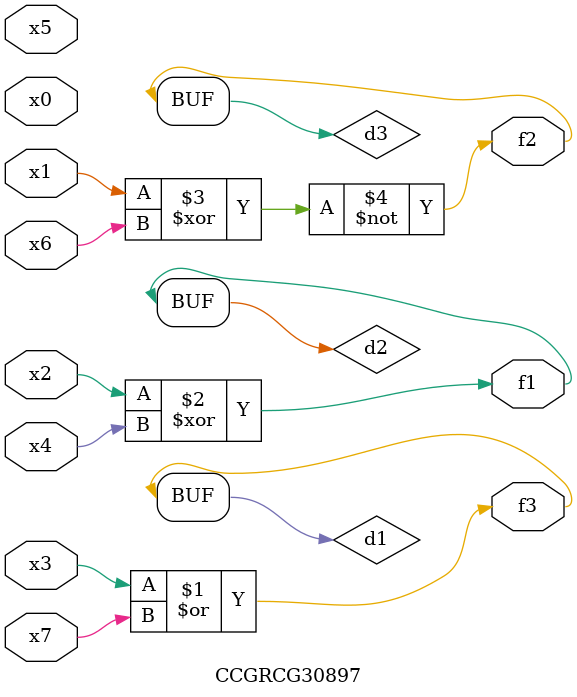
<source format=v>
module CCGRCG30897(
	input x0, x1, x2, x3, x4, x5, x6, x7,
	output f1, f2, f3
);

	wire d1, d2, d3;

	or (d1, x3, x7);
	xor (d2, x2, x4);
	xnor (d3, x1, x6);
	assign f1 = d2;
	assign f2 = d3;
	assign f3 = d1;
endmodule

</source>
